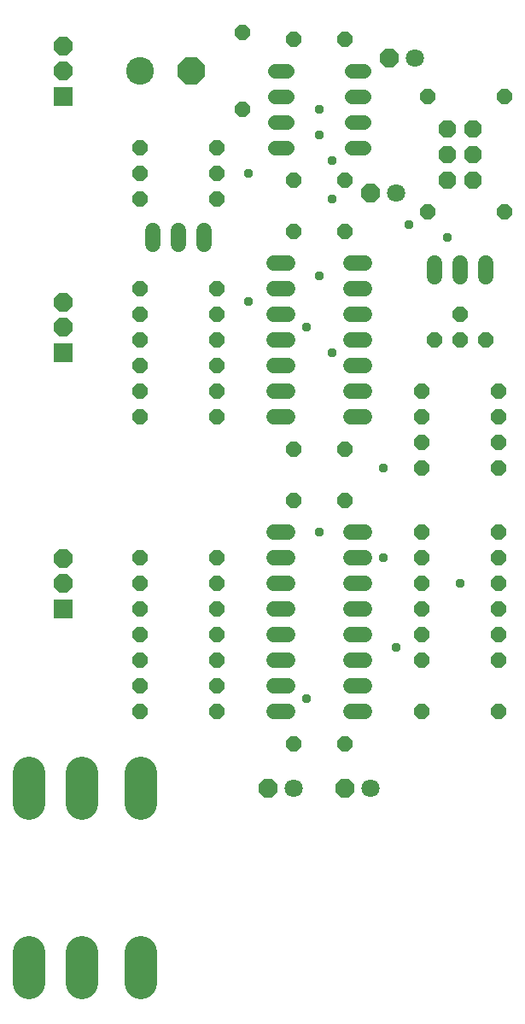
<source format=gbs>
G04 EAGLE Gerber RS-274X export*
G75*
%MOMM*%
%FSLAX34Y34*%
%LPD*%
%INSoldermask Bottom*%
%IPPOS*%
%AMOC8*
5,1,8,0,0,1.08239X$1,22.5*%
G01*
%ADD10C,1.524000*%
%ADD11C,1.411200*%
%ADD12P,1.649562X8X22.500000*%
%ADD13P,1.649562X8X202.500000*%
%ADD14C,3.251200*%
%ADD15R,1.879600X1.879600*%
%ADD16P,2.034460X8X22.500000*%
%ADD17P,1.649562X8X292.500000*%
%ADD18P,1.951982X8X202.500000*%
%ADD19C,1.803400*%
%ADD20C,2.743200*%
%ADD21P,2.969212X8X22.500000*%
%ADD22P,1.869504X8X292.500000*%
%ADD23C,0.959600*%


D10*
X349504Y298450D02*
X336296Y298450D01*
X336296Y323850D02*
X349504Y323850D01*
X349504Y450850D02*
X336296Y450850D01*
X336296Y476250D02*
X349504Y476250D01*
X349504Y349250D02*
X336296Y349250D01*
X336296Y374650D02*
X349504Y374650D01*
X349504Y425450D02*
X336296Y425450D01*
X336296Y400050D02*
X349504Y400050D01*
X273304Y476250D02*
X260096Y476250D01*
X260096Y450850D02*
X273304Y450850D01*
X273304Y425450D02*
X260096Y425450D01*
X260096Y400050D02*
X273304Y400050D01*
X273304Y374650D02*
X260096Y374650D01*
X260096Y349250D02*
X273304Y349250D01*
X273304Y323850D02*
X260096Y323850D01*
X260096Y298450D02*
X273304Y298450D01*
X336296Y590550D02*
X349504Y590550D01*
X349504Y615950D02*
X336296Y615950D01*
X336296Y742950D02*
X349504Y742950D01*
X273304Y742950D02*
X260096Y742950D01*
X336296Y641350D02*
X349504Y641350D01*
X349504Y666750D02*
X336296Y666750D01*
X336296Y717550D02*
X349504Y717550D01*
X349504Y692150D02*
X336296Y692150D01*
X273304Y717550D02*
X260096Y717550D01*
X260096Y692150D02*
X273304Y692150D01*
X273304Y666750D02*
X260096Y666750D01*
X260096Y641350D02*
X273304Y641350D01*
X273304Y615950D02*
X260096Y615950D01*
X260096Y590550D02*
X273304Y590550D01*
D11*
X336860Y857250D02*
X348940Y857250D01*
X348940Y882650D02*
X336860Y882650D01*
X336860Y908050D02*
X348940Y908050D01*
X348940Y933450D02*
X336860Y933450D01*
X272740Y933450D02*
X260660Y933450D01*
X260660Y908050D02*
X272740Y908050D01*
X272740Y882650D02*
X260660Y882650D01*
X260660Y857250D02*
X272740Y857250D01*
D12*
X127000Y857250D03*
X203200Y857250D03*
X279400Y774700D03*
X330200Y774700D03*
D10*
X419100Y743204D02*
X419100Y729996D01*
X469900Y729996D02*
X469900Y743204D01*
X444500Y743204D02*
X444500Y729996D01*
D13*
X419100Y666750D03*
X469900Y666750D03*
X444500Y692150D03*
X444500Y666750D03*
D14*
X70000Y237490D02*
X70000Y207010D01*
X17000Y207010D02*
X17000Y237490D01*
X128000Y237490D02*
X128000Y207010D01*
X70000Y59690D02*
X70000Y29210D01*
X17000Y29210D02*
X17000Y59690D01*
X128000Y59690D02*
X128000Y29210D01*
D15*
X50800Y908450D03*
D16*
X50800Y933450D03*
X50800Y958450D03*
D15*
X50800Y400450D03*
D16*
X50800Y425450D03*
X50800Y450450D03*
D15*
X50800Y654450D03*
D16*
X50800Y679450D03*
X50800Y704450D03*
D13*
X203200Y806450D03*
X127000Y806450D03*
X203200Y831850D03*
X127000Y831850D03*
X203200Y615950D03*
X127000Y615950D03*
X203200Y666750D03*
X127000Y666750D03*
X203200Y590550D03*
X127000Y590550D03*
D12*
X127000Y641350D03*
X203200Y641350D03*
X406400Y615950D03*
X482600Y615950D03*
X406400Y590550D03*
X482600Y590550D03*
D13*
X482600Y565150D03*
X406400Y565150D03*
X482600Y539750D03*
X406400Y539750D03*
D12*
X127000Y298450D03*
X203200Y298450D03*
D17*
X228600Y971550D03*
X228600Y895350D03*
D13*
X203200Y374650D03*
X127000Y374650D03*
D12*
X406400Y374650D03*
X482600Y374650D03*
D13*
X203200Y400050D03*
X127000Y400050D03*
D12*
X406400Y400050D03*
X482600Y400050D03*
D10*
X190500Y761746D02*
X190500Y774954D01*
X139700Y774954D02*
X139700Y761746D01*
X165100Y761746D02*
X165100Y774954D01*
D12*
X127000Y692150D03*
X203200Y692150D03*
D13*
X482600Y298450D03*
X406400Y298450D03*
X203200Y717550D03*
X127000Y717550D03*
X203200Y450850D03*
X127000Y450850D03*
D12*
X406400Y450850D03*
X482600Y450850D03*
X406400Y349250D03*
X482600Y349250D03*
D13*
X203200Y349250D03*
X127000Y349250D03*
X203200Y425450D03*
X127000Y425450D03*
D12*
X127000Y323850D03*
X203200Y323850D03*
D13*
X482600Y425450D03*
X406400Y425450D03*
D18*
X374650Y946150D03*
D19*
X400050Y946150D03*
D18*
X355600Y812800D03*
D19*
X381000Y812800D03*
D12*
X412750Y908050D03*
X488950Y908050D03*
X406400Y476250D03*
X482600Y476250D03*
X412750Y793750D03*
X488950Y793750D03*
D20*
X127000Y933450D03*
D21*
X177800Y933450D03*
D22*
X457200Y876300D03*
X457200Y850900D03*
X457200Y825500D03*
X431800Y876300D03*
X431800Y850900D03*
X431800Y825500D03*
D13*
X330200Y558800D03*
X279400Y558800D03*
X330200Y825500D03*
X279400Y825500D03*
D12*
X279400Y965200D03*
X330200Y965200D03*
D13*
X330200Y508000D03*
X279400Y508000D03*
D12*
X279400Y266700D03*
X330200Y266700D03*
D18*
X254000Y222250D03*
D19*
X279400Y222250D03*
D18*
X330200Y222250D03*
D19*
X355600Y222250D03*
D23*
X292100Y679450D03*
X304800Y869950D03*
X292100Y311150D03*
X317500Y654050D03*
X317500Y806450D03*
X444500Y425450D03*
X317500Y844550D03*
X234950Y831850D03*
X304800Y730250D03*
X368300Y539750D03*
X234950Y704850D03*
X381000Y361950D03*
X431800Y768350D03*
X368300Y450850D03*
X304800Y895350D03*
X304800Y476250D03*
X393700Y781050D03*
M02*

</source>
